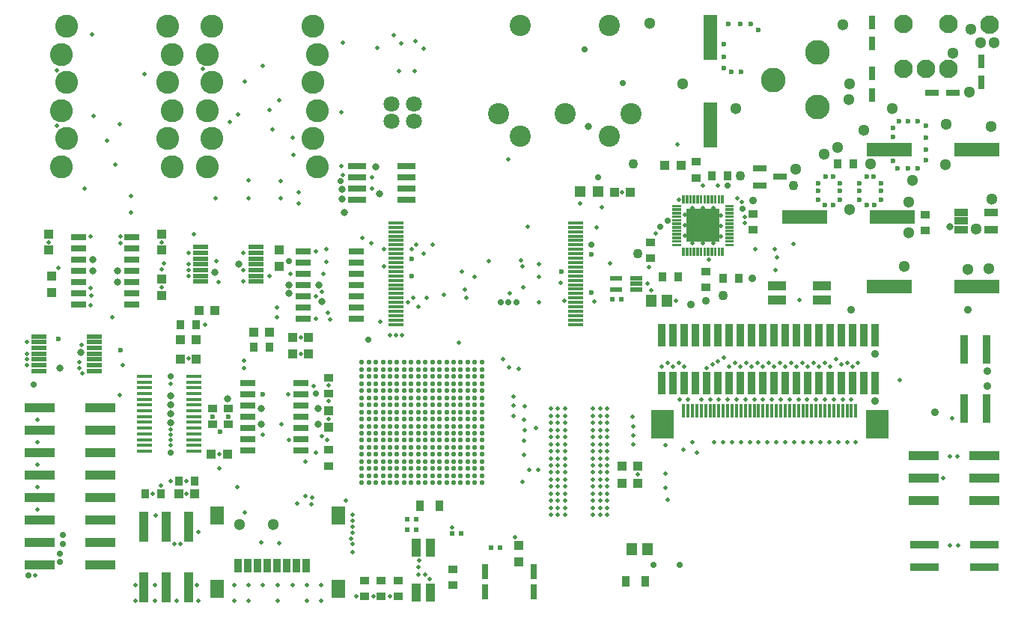
<source format=gts>
G04 Layer_Color=8388736*
%FSLAX44Y44*%
%MOMM*%
G71*
G01*
G75*
%ADD71C,0.6000*%
%ADD72C,0.5000*%
%ADD75C,0.8000*%
%ADD87C,0.7000*%
%ADD113R,0.8000X1.7000*%
%ADD116R,1.1000X1.1000*%
%ADD117R,1.1000X2.1000*%
%ADD118R,1.1000X0.9000*%
%ADD119R,0.9000X1.1000*%
%ADD120R,1.1000X1.1000*%
%ADD121R,2.1000X1.1000*%
%ADD122R,3.3000X0.9000*%
%ADD123R,1.7000X0.4500*%
%ADD124R,0.9000X3.3000*%
%ADD125R,5.1000X1.6000*%
%ADD126R,1.6000X5.1000*%
%ADD127R,2.6000X3.3000*%
%ADD128R,0.4000X1.6000*%
%ADD129R,0.9000X1.6000*%
%ADD130R,1.5500X2.1000*%
%ADD132R,0.9000X2.6000*%
%ADD135R,1.8000X0.4000*%
%ADD137R,0.9500X0.2900*%
%ADD138R,0.2900X0.9500*%
%ADD140R,0.5900X0.4900*%
%ADD141R,1.2446X1.3716*%
%ADD142R,1.3000X1.3000*%
%ADD143R,3.4000X1.0000*%
%ADD144R,1.8000X0.8000*%
%ADD145R,1.0000X3.4000*%
%ADD146R,0.7000X1.6000*%
%ADD147R,1.5400X0.8400*%
%ADD148R,1.6000X0.8000*%
%ADD149R,1.8200X0.5200*%
%ADD150R,2.1000X0.8000*%
%ADD151R,1.6000X0.7000*%
%ADD152R,0.9016X1.3016*%
%ADD153R,1.3400X0.5400*%
%ADD154R,3.8000X3.8000*%
%ADD155C,0.5516*%
%ADD156C,2.1000*%
%ADD157C,2.8000*%
%ADD158C,2.4000*%
%ADD159C,1.8000*%
%ADD160C,0.1000*%
%ADD161C,2.6000*%
%ADD162C,1.3000*%
%ADD163C,0.9000*%
%ADD164C,1.1000*%
G36*
X1075500Y1093500D02*
X1066000D01*
Y1096500D01*
X1075500D01*
Y1093500D01*
D02*
G37*
G36*
X1016000Y1097500D02*
X1006500D01*
Y1100500D01*
X1016000D01*
Y1097500D01*
D02*
G37*
G36*
X1075500D02*
X1066000D01*
Y1100500D01*
X1075500D01*
Y1097500D01*
D02*
G37*
G36*
X1016000Y1089500D02*
X1006500D01*
Y1092500D01*
X1016000D01*
Y1089500D01*
D02*
G37*
G36*
X1075500D02*
X1066000D01*
Y1092500D01*
X1075500D01*
Y1089500D01*
D02*
G37*
G36*
X1016000Y1093500D02*
X1006500D01*
Y1096500D01*
X1016000D01*
Y1093500D01*
D02*
G37*
G36*
Y1105500D02*
X1006500D01*
Y1108500D01*
X1016000D01*
Y1105500D01*
D02*
G37*
G36*
Y1109500D02*
X1006500D01*
Y1112500D01*
X1016000D01*
Y1109500D01*
D02*
G37*
G36*
X1075500D02*
X1066000D01*
Y1112500D01*
X1075500D01*
Y1109500D01*
D02*
G37*
G36*
X1016000Y1101500D02*
X1006500D01*
Y1104500D01*
X1016000D01*
Y1101500D01*
D02*
G37*
G36*
X1075500D02*
X1066000D01*
Y1104500D01*
X1075500D01*
Y1101500D01*
D02*
G37*
G36*
Y1105500D02*
X1066000D01*
Y1108500D01*
X1075500D01*
Y1105500D01*
D02*
G37*
G36*
X1032500Y1078500D02*
X1029500D01*
Y1088000D01*
X1032500D01*
Y1078500D01*
D02*
G37*
G36*
X1036500D02*
X1033500D01*
Y1088000D01*
X1036500D01*
Y1078500D01*
D02*
G37*
G36*
X1040500D02*
X1037500D01*
Y1088000D01*
X1040500D01*
Y1078500D01*
D02*
G37*
G36*
X1020500D02*
X1017500D01*
Y1088000D01*
X1020500D01*
Y1078500D01*
D02*
G37*
G36*
X1024500D02*
X1021500D01*
Y1088000D01*
X1024500D01*
Y1078500D01*
D02*
G37*
G36*
X1028500D02*
X1025500D01*
Y1088000D01*
X1028500D01*
Y1078500D01*
D02*
G37*
G36*
X1056500D02*
X1053500D01*
Y1088000D01*
X1056500D01*
Y1078500D01*
D02*
G37*
G36*
X1060500D02*
X1057500D01*
Y1088000D01*
X1060500D01*
Y1078500D01*
D02*
G37*
G36*
X1064500D02*
X1061500D01*
Y1088000D01*
X1064500D01*
Y1078500D01*
D02*
G37*
G36*
X1044500D02*
X1041500D01*
Y1088000D01*
X1044500D01*
Y1078500D01*
D02*
G37*
G36*
X1048500D02*
X1045500D01*
Y1088000D01*
X1048500D01*
Y1078500D01*
D02*
G37*
G36*
X1052500D02*
X1049500D01*
Y1088000D01*
X1052500D01*
Y1078500D01*
D02*
G37*
G36*
X1032500Y1138000D02*
X1029500D01*
Y1147500D01*
X1032500D01*
Y1138000D01*
D02*
G37*
G36*
X1036500D02*
X1033500D01*
Y1147500D01*
X1036500D01*
Y1138000D01*
D02*
G37*
G36*
X1040500D02*
X1037500D01*
Y1147500D01*
X1040500D01*
Y1138000D01*
D02*
G37*
G36*
X1020500D02*
X1017500D01*
Y1147500D01*
X1020500D01*
Y1138000D01*
D02*
G37*
G36*
X1024500D02*
X1021500D01*
Y1147500D01*
X1024500D01*
Y1138000D01*
D02*
G37*
G36*
X1028500D02*
X1025500D01*
Y1147500D01*
X1028500D01*
Y1138000D01*
D02*
G37*
G36*
X1056500D02*
X1053500D01*
Y1147500D01*
X1056500D01*
Y1138000D01*
D02*
G37*
G36*
X1060500D02*
X1057500D01*
Y1147500D01*
X1060500D01*
Y1138000D01*
D02*
G37*
G36*
X1064500D02*
X1061500D01*
Y1147500D01*
X1064500D01*
Y1138000D01*
D02*
G37*
G36*
X1044500D02*
X1041500D01*
Y1147500D01*
X1044500D01*
Y1138000D01*
D02*
G37*
G36*
X1048500D02*
X1045500D01*
Y1147500D01*
X1048500D01*
Y1138000D01*
D02*
G37*
G36*
X1052500D02*
X1049500D01*
Y1147500D01*
X1052500D01*
Y1138000D01*
D02*
G37*
G36*
X1075500Y1117500D02*
X1066000D01*
Y1120500D01*
X1075500D01*
Y1117500D01*
D02*
G37*
G36*
X1016000Y1121500D02*
X1006500D01*
Y1124500D01*
X1016000D01*
Y1121500D01*
D02*
G37*
G36*
X1075500D02*
X1066000D01*
Y1124500D01*
X1075500D01*
Y1121500D01*
D02*
G37*
G36*
X1016000Y1113500D02*
X1006500D01*
Y1116500D01*
X1016000D01*
Y1113500D01*
D02*
G37*
G36*
X1075500D02*
X1066000D01*
Y1116500D01*
X1075500D01*
Y1113500D01*
D02*
G37*
G36*
X1016000Y1117500D02*
X1006500D01*
Y1120500D01*
X1016000D01*
Y1117500D01*
D02*
G37*
G36*
X1075500Y1129500D02*
X1066000D01*
Y1132500D01*
X1075500D01*
Y1129500D01*
D02*
G37*
G36*
X1016000Y1133500D02*
X1006500D01*
Y1136500D01*
X1016000D01*
Y1133500D01*
D02*
G37*
G36*
X1075500D02*
X1066000D01*
Y1136500D01*
X1075500D01*
Y1133500D01*
D02*
G37*
G36*
X1016000Y1125500D02*
X1006500D01*
Y1128500D01*
X1016000D01*
Y1125500D01*
D02*
G37*
G36*
X1075500D02*
X1066000D01*
Y1128500D01*
X1075500D01*
Y1125500D01*
D02*
G37*
G36*
X1016000Y1129500D02*
X1006500D01*
Y1132500D01*
X1016000D01*
Y1129500D01*
D02*
G37*
D71*
X881250Y1061000D02*
D03*
X312000Y985000D02*
D03*
X915000Y1037000D02*
D03*
X712000Y1075000D02*
D03*
Y1056000D02*
D03*
X495000Y880000D02*
D03*
X543000Y922400D02*
D03*
X382000Y972000D02*
D03*
X504000Y897000D02*
D03*
X486000D02*
D03*
X1171250Y1142000D02*
D03*
Y1152000D02*
D03*
Y1161000D02*
D03*
X1179750Y1168500D02*
D03*
X1188000D02*
D03*
X1195750Y1161000D02*
D03*
Y1152000D02*
D03*
X1188000Y1136000D02*
D03*
X1179000D02*
D03*
X1104000Y1334000D02*
D03*
X1095000Y1341000D02*
D03*
X1083000D02*
D03*
X1070000D02*
D03*
X1065000Y1291000D02*
D03*
Y1304000D02*
D03*
Y1318000D02*
D03*
X1073000Y1287000D02*
D03*
X1084000D02*
D03*
X1284000Y1178000D02*
D03*
X1261000D02*
D03*
X1273000D02*
D03*
X1263000Y1231000D02*
D03*
X1273000D02*
D03*
X1284000D02*
D03*
X1293000Y1226000D02*
D03*
Y1187000D02*
D03*
Y1199000D02*
D03*
Y1212000D02*
D03*
X1256000Y1213000D02*
D03*
Y1186000D02*
D03*
Y1223000D02*
D03*
X915000Y1080000D02*
D03*
X1195750Y1142000D02*
D03*
X1218250D02*
D03*
X1235000Y1136000D02*
D03*
X1226000D02*
D03*
X1218250Y1152000D02*
D03*
Y1161000D02*
D03*
X1226000Y1168500D02*
D03*
X1234250D02*
D03*
X1242750Y1161000D02*
D03*
Y1152000D02*
D03*
Y1142000D02*
D03*
D72*
X916798Y833552D02*
D03*
Y841552D02*
D03*
X884798Y857552D02*
D03*
Y865552D02*
D03*
X868798Y905552D02*
D03*
Y897552D02*
D03*
Y889552D02*
D03*
Y881552D02*
D03*
Y873552D02*
D03*
Y865552D02*
D03*
Y857552D02*
D03*
Y849552D02*
D03*
Y841552D02*
D03*
Y833552D02*
D03*
Y825552D02*
D03*
Y817552D02*
D03*
Y809552D02*
D03*
Y801552D02*
D03*
Y793552D02*
D03*
Y785552D02*
D03*
X876798Y905552D02*
D03*
Y897552D02*
D03*
Y889552D02*
D03*
Y881552D02*
D03*
Y873552D02*
D03*
Y865552D02*
D03*
Y857552D02*
D03*
Y849552D02*
D03*
Y841552D02*
D03*
Y833552D02*
D03*
Y825552D02*
D03*
Y817552D02*
D03*
Y809552D02*
D03*
Y801552D02*
D03*
Y793552D02*
D03*
Y785552D02*
D03*
X884798Y905552D02*
D03*
Y897552D02*
D03*
Y889552D02*
D03*
Y881552D02*
D03*
Y873552D02*
D03*
Y849552D02*
D03*
Y841552D02*
D03*
Y833552D02*
D03*
Y825552D02*
D03*
Y817552D02*
D03*
Y809552D02*
D03*
Y801552D02*
D03*
Y793552D02*
D03*
Y785552D02*
D03*
X916798Y905552D02*
D03*
Y897552D02*
D03*
Y889552D02*
D03*
Y881552D02*
D03*
Y873552D02*
D03*
Y865552D02*
D03*
Y857552D02*
D03*
Y849552D02*
D03*
Y825552D02*
D03*
Y817552D02*
D03*
Y809552D02*
D03*
Y801552D02*
D03*
Y793552D02*
D03*
Y785552D02*
D03*
X924798Y905552D02*
D03*
Y897552D02*
D03*
Y889552D02*
D03*
Y881552D02*
D03*
Y873552D02*
D03*
Y865552D02*
D03*
Y857552D02*
D03*
Y849552D02*
D03*
Y833552D02*
D03*
Y825552D02*
D03*
Y817552D02*
D03*
Y809552D02*
D03*
Y801552D02*
D03*
Y793552D02*
D03*
Y785552D02*
D03*
X932798Y905552D02*
D03*
Y897552D02*
D03*
Y889552D02*
D03*
Y881552D02*
D03*
Y873552D02*
D03*
Y865552D02*
D03*
Y857552D02*
D03*
Y849552D02*
D03*
Y841552D02*
D03*
Y833552D02*
D03*
Y825552D02*
D03*
Y817552D02*
D03*
Y809552D02*
D03*
Y801552D02*
D03*
Y793552D02*
D03*
Y785552D02*
D03*
X924798Y841552D02*
D03*
X842500Y1111750D02*
D03*
X765000Y980500D02*
D03*
X836750Y1066500D02*
D03*
X855750Y1069500D02*
D03*
X835500Y1073250D02*
D03*
X855750Y1054750D02*
D03*
X902250Y1138250D02*
D03*
X822750Y1036000D02*
D03*
X837500Y1043250D02*
D03*
X855750Y1026500D02*
D03*
X880000Y1048000D02*
D03*
X349250Y1033500D02*
D03*
X312000Y1065000D02*
D03*
X757000Y771000D02*
D03*
X832250Y951000D02*
D03*
X822000Y952750D02*
D03*
X935750Y1070250D02*
D03*
X1010250Y1028000D02*
D03*
X982419Y1039919D02*
D03*
X918170Y1026920D02*
D03*
X591000Y846000D02*
D03*
X470000Y766000D02*
D03*
X469000Y706000D02*
D03*
X523000Y788000D02*
D03*
X616000Y870000D02*
D03*
X310000Y1226000D02*
D03*
X348000Y1101000D02*
D03*
X431000Y1070000D02*
D03*
X465000Y1103000D02*
D03*
X338484Y978000D02*
D03*
X348000Y1023000D02*
D03*
X382000Y1093100D02*
D03*
X429000Y1094000D02*
D03*
X523000Y1276000D02*
D03*
X949750Y1150500D02*
D03*
X988000Y1104000D02*
D03*
X1125000Y1077000D02*
D03*
X978000Y1047000D02*
D03*
X999000Y832000D02*
D03*
Y864000D02*
D03*
X1100000Y1086000D02*
D03*
X1024000Y916000D02*
D03*
X1015000Y916000D02*
D03*
X1330000Y751000D02*
D03*
X1320000D02*
D03*
X1313000Y827000D02*
D03*
X1329000Y852000D02*
D03*
X1019000Y859000D02*
D03*
X1029000Y868000D02*
D03*
X1034000Y856000D02*
D03*
X999000Y816000D02*
D03*
X1320000Y852000D02*
D03*
X584000Y1138000D02*
D03*
X768000Y1061000D02*
D03*
X610000Y875000D02*
D03*
X815000Y962000D02*
D03*
X618000Y894000D02*
D03*
X1134000Y868000D02*
D03*
X1124000D02*
D03*
X1119000Y916000D02*
D03*
X1129000Y916000D02*
D03*
X1154000Y868000D02*
D03*
X1149000Y916000D02*
D03*
X1139000Y916000D02*
D03*
X1164000Y868000D02*
D03*
X1174000D02*
D03*
X1184000D02*
D03*
X783000Y1055000D02*
D03*
X772000Y1040920D02*
D03*
X773000Y1031000D02*
D03*
X748000Y1035000D02*
D03*
X799000Y1073000D02*
D03*
X701000Y989000D02*
D03*
X694000D02*
D03*
X884000Y1028000D02*
D03*
X724996Y1081000D02*
D03*
X711998Y1086002D02*
D03*
X707750Y1026000D02*
D03*
X718998Y1020998D02*
D03*
X680000Y1067000D02*
D03*
X1069000Y916000D02*
D03*
X1216350Y957200D02*
D03*
X1147000Y953000D02*
D03*
X1000950Y957200D02*
D03*
X1013650D02*
D03*
X1020000Y953000D02*
D03*
X994600D02*
D03*
X1007300D02*
D03*
X1197800Y956000D02*
D03*
X1210500Y953000D02*
D03*
X1159700D02*
D03*
X1185100D02*
D03*
X1172400D02*
D03*
X1096200D02*
D03*
X1108900D02*
D03*
X1134300D02*
D03*
X1121600D02*
D03*
X1083500D02*
D03*
X1054000Y868000D02*
D03*
X1049000Y916000D02*
D03*
X1209000D02*
D03*
X1189000Y916000D02*
D03*
X1199000Y916000D02*
D03*
X1169000D02*
D03*
X1179000D02*
D03*
X1159000Y916000D02*
D03*
X1089000Y916000D02*
D03*
X1099000D02*
D03*
X1109000D02*
D03*
X1079000D02*
D03*
X1214000Y868000D02*
D03*
X1204000D02*
D03*
X1144000D02*
D03*
X1194000D02*
D03*
X1104000D02*
D03*
X1114000D02*
D03*
X1084000D02*
D03*
X1059000Y916000D02*
D03*
X1204150Y957200D02*
D03*
X1191450Y962200D02*
D03*
X1178750Y957200D02*
D03*
X1166050D02*
D03*
X1153350D02*
D03*
X1140650D02*
D03*
X1127950D02*
D03*
X1115250D02*
D03*
X1102550D02*
D03*
X1089850D02*
D03*
X1077150D02*
D03*
X645000Y753000D02*
D03*
X288000Y842200D02*
D03*
X727000Y718000D02*
D03*
X732000Y713000D02*
D03*
X720000Y734000D02*
D03*
X719000Y718000D02*
D03*
X719000Y726000D02*
D03*
X1094000Y868000D02*
D03*
X1058000Y1158000D02*
D03*
X1143000Y1092000D02*
D03*
X1085000Y1140000D02*
D03*
X1012000Y1205000D02*
D03*
X1150000Y1029000D02*
D03*
X1079750Y1144000D02*
D03*
X1088000Y1123000D02*
D03*
X1088000Y1116000D02*
D03*
X1013500Y1141750D02*
D03*
X1041000Y1158000D02*
D03*
X542874Y876000D02*
D03*
X514000Y817000D02*
D03*
X439000Y824000D02*
D03*
X419000Y809000D02*
D03*
X457000Y824000D02*
D03*
X564000Y888000D02*
D03*
X572100Y922400D02*
D03*
X586000Y968000D02*
D03*
Y986000D02*
D03*
X618000Y914000D02*
D03*
X422000Y785000D02*
D03*
X457000Y809000D02*
D03*
X618000Y932000D02*
D03*
X582000Y798000D02*
D03*
X573000Y870000D02*
D03*
X643000Y759000D02*
D03*
X645000Y765000D02*
D03*
X459000Y963000D02*
D03*
X494000Y854000D02*
D03*
X385000Y955000D02*
D03*
X381000Y921000D02*
D03*
X288000Y893000D02*
D03*
X656000Y1099000D02*
D03*
X666000Y1093000D02*
D03*
X439000Y864000D02*
D03*
Y870000D02*
D03*
Y876000D02*
D03*
Y882000D02*
D03*
X645000Y772000D02*
D03*
Y786000D02*
D03*
Y779000D02*
D03*
X615000Y1072000D02*
D03*
X603000Y1033300D02*
D03*
X617000Y1014000D02*
D03*
X680000Y1086000D02*
D03*
X715000Y1288000D02*
D03*
X697000D02*
D03*
X578000Y1193000D02*
D03*
X725000Y1313000D02*
D03*
X716000Y1322000D02*
D03*
X691000Y1328000D02*
D03*
X700000Y1319000D02*
D03*
X551000Y1244000D02*
D03*
X673000Y1314000D02*
D03*
X551000Y1056000D02*
D03*
X336000Y952000D02*
D03*
X527000Y706000D02*
D03*
X543000D02*
D03*
X577000D02*
D03*
X560000D02*
D03*
X609000D02*
D03*
X593000D02*
D03*
X511000D02*
D03*
X288000Y791400D02*
D03*
Y816800D02*
D03*
Y867600D02*
D03*
X399000Y706000D02*
D03*
X421000D02*
D03*
X394000Y1128000D02*
D03*
X286000Y717000D02*
D03*
X459000Y1062500D02*
D03*
X603000Y1007900D02*
D03*
Y1084100D02*
D03*
X490000Y1144000D02*
D03*
X342000Y1155000D02*
D03*
X563000Y1163000D02*
D03*
X554000Y1222000D02*
D03*
X563000Y1144000D02*
D03*
X527000D02*
D03*
X506000Y1230000D02*
D03*
X577000Y1212000D02*
D03*
X562000Y1255000D02*
D03*
X543000Y1294000D02*
D03*
X515000Y1239000D02*
D03*
X475000Y1290000D02*
D03*
X521484Y1062500D02*
D03*
X459000Y1056000D02*
D03*
Y1082000D02*
D03*
X1064000Y868000D02*
D03*
X1074000D02*
D03*
X1061000Y1124750D02*
D03*
Y1112750D02*
D03*
Y1100750D02*
D03*
X1029000Y1092750D02*
D03*
X1053000D02*
D03*
X1041000D02*
D03*
X820696Y1187500D02*
D03*
X382000Y1101000D02*
D03*
X310000Y1289000D02*
D03*
X352000Y1237000D02*
D03*
X409000Y1284000D02*
D03*
X367000Y1209000D02*
D03*
X350000Y1329000D02*
D03*
X394000Y1146000D02*
D03*
X381000Y1228000D02*
D03*
X429000Y1043000D02*
D03*
X301000Y1094000D02*
D03*
X376000Y1182000D02*
D03*
X429000Y1063000D02*
D03*
X348000Y1042300D02*
D03*
X373000Y1009000D02*
D03*
X276000Y981000D02*
D03*
Y961500D02*
D03*
Y955000D02*
D03*
Y968000D02*
D03*
X667000Y1167700D02*
D03*
Y1155000D02*
D03*
X521484Y1082000D02*
D03*
X612000Y1058700D02*
D03*
X632000Y1180000D02*
D03*
X633434Y1319907D02*
D03*
X632000Y1241500D02*
D03*
X339000Y946000D02*
D03*
X335502Y958502D02*
D03*
X619000Y1006900D02*
D03*
X574548Y1058700D02*
D03*
X610000Y1038000D02*
D03*
X615000Y1086000D02*
D03*
X559000Y1020600D02*
D03*
Y1009000D02*
D03*
X459000Y1069000D02*
D03*
X493000Y1049000D02*
D03*
X491000Y1073000D02*
D03*
X450000Y753000D02*
D03*
X443000D02*
D03*
X1048000Y1074000D02*
D03*
X634000Y1170000D02*
D03*
X1021000Y1125250D02*
D03*
Y1113250D02*
D03*
Y1101250D02*
D03*
X1028750Y1133000D02*
D03*
X1040750D02*
D03*
X1052750D02*
D03*
X439000Y934000D02*
D03*
X494000Y838000D02*
D03*
X428000Y819000D02*
D03*
X645000Y743000D02*
D03*
X649000Y693000D02*
D03*
X668000Y693000D02*
D03*
X687000D02*
D03*
X828620Y760466D02*
D03*
X837299Y822696D02*
D03*
X838290Y853480D02*
D03*
X967700Y831000D02*
D03*
X446000Y688000D02*
D03*
X470000Y688000D02*
D03*
X511000Y688000D02*
D03*
X527000D02*
D03*
X593000D02*
D03*
X609000D02*
D03*
X399000D02*
D03*
X421000D02*
D03*
X560000D02*
D03*
X1064450Y963200D02*
D03*
X1058100Y959000D02*
D03*
X1051750Y956200D02*
D03*
X1045400Y952000D02*
D03*
X1070800Y953000D02*
D03*
X1039000Y916000D02*
D03*
X584000Y1151000D02*
D03*
X601000Y931000D02*
D03*
X522000Y960000D02*
D03*
Y952000D02*
D03*
X478000Y1001000D02*
D03*
X962000Y885500D02*
D03*
X961500Y896750D02*
D03*
X521484Y1049500D02*
D03*
X603000Y856000D02*
D03*
X921000Y1111000D02*
D03*
X687000Y989000D02*
D03*
X676000Y1004000D02*
D03*
X1001000Y803000D02*
D03*
X980000Y1066000D02*
D03*
X527000Y1164000D02*
D03*
X927000Y1134000D02*
D03*
X1123050Y1062800D02*
D03*
X838700Y869600D02*
D03*
X962500Y875250D02*
D03*
X962000Y864900D02*
D03*
X855074Y836666D02*
D03*
X844921D02*
D03*
X852500Y884250D02*
D03*
X591000Y807000D02*
D03*
X598500Y797750D02*
D03*
X637000Y802000D02*
D03*
X598750Y804750D02*
D03*
X562000Y753750D02*
D03*
X541000Y754000D02*
D03*
X839550Y881650D02*
D03*
X1122000Y1086553D02*
D03*
X735250Y1091000D02*
D03*
X716750D02*
D03*
X728250Y1031000D02*
D03*
X713250D02*
D03*
X1323250Y895000D02*
D03*
X1263750Y938250D02*
D03*
X827140Y897617D02*
D03*
X838740Y893630D02*
D03*
X827140Y919190D02*
D03*
X839120Y908140D02*
D03*
X827138Y909554D02*
D03*
D75*
X379000Y1049300D02*
D03*
X351000Y1074700D02*
D03*
X351000Y1062000D02*
D03*
X379000Y1062000D02*
D03*
X633000Y1154000D02*
D03*
X635000Y1128000D02*
D03*
X671000Y1179000D02*
D03*
X675000Y1149000D02*
D03*
X439000Y920000D02*
D03*
Y900000D02*
D03*
Y910000D02*
D03*
X606000Y888000D02*
D03*
Y906000D02*
D03*
X541000Y888000D02*
D03*
Y906000D02*
D03*
X503000Y917000D02*
D03*
X439000Y890000D02*
D03*
X337000Y969000D02*
D03*
X1320000Y1112000D02*
D03*
X607000Y1046000D02*
D03*
X633000Y1143000D02*
D03*
X610000Y1027000D02*
D03*
X516000Y1069000D02*
D03*
X489000Y1060000D02*
D03*
X573000Y1036000D02*
D03*
X573000Y1046000D02*
D03*
X911000Y1225000D02*
D03*
X314000Y951250D02*
D03*
D87*
X812000Y1026000D02*
D03*
X662750Y984000D02*
D03*
X284000Y933000D02*
D03*
X439000Y942250D02*
D03*
X830000Y1026000D02*
D03*
X821000D02*
D03*
X922250Y1167250D02*
D03*
X603000Y923000D02*
D03*
X993000Y1112000D02*
D03*
X1069000Y1158000D02*
D03*
X1086000Y1132000D02*
D03*
X1001000Y1118000D02*
D03*
X439000Y856000D02*
D03*
X317000Y763000D02*
D03*
Y753000D02*
D03*
X314000Y742000D02*
D03*
Y732000D02*
D03*
X278000Y717200D02*
D03*
X631000Y1163000D02*
D03*
X573000Y1073000D02*
D03*
X1015000Y729000D02*
D03*
X985000D02*
D03*
X915000Y1091000D02*
D03*
X950500Y1274500D02*
D03*
X907000Y1312000D02*
D03*
D113*
X794500Y698500D02*
D03*
X849500D02*
D03*
X794500Y721500D02*
D03*
X849500D02*
D03*
D116*
X967100Y821500D02*
D03*
X949100D02*
D03*
X958750Y1150500D02*
D03*
X940750D02*
D03*
X448000Y809000D02*
D03*
X466000D02*
D03*
X577000Y968000D02*
D03*
X595000D02*
D03*
X577000Y986000D02*
D03*
X595000D02*
D03*
X450000Y962000D02*
D03*
X468000D02*
D03*
X485000Y854000D02*
D03*
X503000D02*
D03*
X998000Y1181000D02*
D03*
X1016000D02*
D03*
X471000Y1017000D02*
D03*
X489000D02*
D03*
X533000Y992000D02*
D03*
X551000D02*
D03*
X450000Y984000D02*
D03*
X468000D02*
D03*
X967300Y840500D02*
D03*
X949300D02*
D03*
D117*
X717000Y697600D02*
D03*
X733000D02*
D03*
X717000Y748400D02*
D03*
X733000D02*
D03*
D118*
X758000Y706000D02*
D03*
Y724000D02*
D03*
X1044000Y1043000D02*
D03*
Y1061000D02*
D03*
X1098000Y1126000D02*
D03*
Y1108000D02*
D03*
X618000Y923000D02*
D03*
Y941000D02*
D03*
Y859000D02*
D03*
Y841000D02*
D03*
X504000Y888000D02*
D03*
Y906000D02*
D03*
X486000Y888000D02*
D03*
Y906000D02*
D03*
X1292000Y1107000D02*
D03*
Y1125000D02*
D03*
X1033000Y1167000D02*
D03*
Y1185000D02*
D03*
X982000Y1094000D02*
D03*
Y1076000D02*
D03*
X658000Y693000D02*
D03*
Y711000D02*
D03*
X677000Y693000D02*
D03*
Y711000D02*
D03*
X696000Y693000D02*
D03*
Y711000D02*
D03*
D119*
X1082000Y1053000D02*
D03*
X1064000D02*
D03*
X1051000Y1169000D02*
D03*
X1069000D02*
D03*
X428000Y809000D02*
D03*
X410000D02*
D03*
X466000Y824000D02*
D03*
X448000D02*
D03*
X1193000Y1183000D02*
D03*
X1211000D02*
D03*
X1013000Y1055000D02*
D03*
X995000D02*
D03*
X551000Y975000D02*
D03*
X533000D02*
D03*
X468000Y1001000D02*
D03*
X450000D02*
D03*
D120*
X618000Y885000D02*
D03*
Y903000D02*
D03*
X562000Y1085000D02*
D03*
Y1067000D02*
D03*
X304500Y1055500D02*
D03*
Y1037500D02*
D03*
X429000Y1085000D02*
D03*
Y1103000D02*
D03*
X301000Y1085000D02*
D03*
Y1103000D02*
D03*
X429000Y1052000D02*
D03*
Y1034000D02*
D03*
X832250Y750750D02*
D03*
Y732750D02*
D03*
D121*
X1124600Y1045000D02*
D03*
Y1029000D02*
D03*
X1175400Y1045000D02*
D03*
Y1029000D02*
D03*
D122*
X1291710Y751700D02*
D03*
Y726300D02*
D03*
X1359020D02*
D03*
Y751700D02*
D03*
D123*
X465000Y922750D02*
D03*
Y935750D02*
D03*
Y942250D02*
D03*
Y929250D02*
D03*
Y870750D02*
D03*
Y883750D02*
D03*
Y890250D02*
D03*
Y877250D02*
D03*
Y903250D02*
D03*
Y916250D02*
D03*
Y909750D02*
D03*
Y896750D02*
D03*
Y864250D02*
D03*
Y857750D02*
D03*
X409000Y935750D02*
D03*
Y922750D02*
D03*
Y909750D02*
D03*
Y896750D02*
D03*
Y903250D02*
D03*
Y916250D02*
D03*
Y929250D02*
D03*
Y942250D02*
D03*
Y883750D02*
D03*
Y870750D02*
D03*
Y857750D02*
D03*
Y864250D02*
D03*
Y877250D02*
D03*
Y890250D02*
D03*
D124*
X1336300Y973020D02*
D03*
X1361700D02*
D03*
Y905710D02*
D03*
X1336300D02*
D03*
D125*
X1255530Y1123000D02*
D03*
X1156470D02*
D03*
X1251470Y1044000D02*
D03*
X1350530D02*
D03*
X1251470Y1199000D02*
D03*
X1350530D02*
D03*
D126*
X1049000Y1227000D02*
D03*
Y1326060D02*
D03*
D127*
X1238130Y887760D02*
D03*
X994870D02*
D03*
D128*
X1214000Y903000D02*
D03*
X1209000D02*
D03*
X1204000D02*
D03*
X1199000D02*
D03*
X1194000D02*
D03*
X1189000D02*
D03*
X1184000D02*
D03*
X1179000D02*
D03*
X1174000D02*
D03*
X1169000D02*
D03*
X1164000D02*
D03*
X1159000D02*
D03*
X1154000D02*
D03*
X1149000D02*
D03*
X1144000D02*
D03*
X1139000D02*
D03*
X1134000D02*
D03*
X1129000D02*
D03*
X1124000D02*
D03*
X1119000D02*
D03*
X1114000D02*
D03*
X1109000D02*
D03*
X1104000D02*
D03*
X1099000D02*
D03*
X1094000D02*
D03*
X1089000D02*
D03*
X1084000D02*
D03*
X1079000D02*
D03*
X1074000D02*
D03*
X1069000D02*
D03*
X1064000D02*
D03*
X1059000D02*
D03*
X1054000D02*
D03*
X1049000D02*
D03*
X1044000D02*
D03*
X1039000D02*
D03*
X1034000D02*
D03*
X1029000D02*
D03*
X1024000D02*
D03*
X1019000D02*
D03*
D129*
X570000Y728000D02*
D03*
X526000D02*
D03*
X537000D02*
D03*
X559000D02*
D03*
X548000D02*
D03*
X581000D02*
D03*
X515000D02*
D03*
X592000D02*
D03*
D130*
X628750Y785000D02*
D03*
X491250D02*
D03*
Y702000D02*
D03*
X628750D02*
D03*
D132*
X1235900Y935000D02*
D03*
Y989000D02*
D03*
X1223200D02*
D03*
Y935000D02*
D03*
X1185100Y989000D02*
D03*
X1210500D02*
D03*
X1197800D02*
D03*
X1172400D02*
D03*
X1159700D02*
D03*
X1147000D02*
D03*
X1134300D02*
D03*
X1121600D02*
D03*
X1108900D02*
D03*
X1096200D02*
D03*
X1083500D02*
D03*
X1070800D02*
D03*
X1058100D02*
D03*
X1045400D02*
D03*
X1032700D02*
D03*
X1020000D02*
D03*
X1007300D02*
D03*
X994600D02*
D03*
X1007300Y935000D02*
D03*
X1020000D02*
D03*
X1032700D02*
D03*
X1045400D02*
D03*
X1058100D02*
D03*
X1070800D02*
D03*
X1083500D02*
D03*
X1096200D02*
D03*
X1108900D02*
D03*
X1121600D02*
D03*
X1134300D02*
D03*
X1147000D02*
D03*
X1159700D02*
D03*
X1172400D02*
D03*
X1185100D02*
D03*
X1210500D02*
D03*
X1197800D02*
D03*
X994600D02*
D03*
D135*
X694000Y1116000D02*
D03*
Y1111000D02*
D03*
Y1106000D02*
D03*
Y1101000D02*
D03*
Y1096000D02*
D03*
Y1091000D02*
D03*
Y1086000D02*
D03*
Y1081000D02*
D03*
Y1076000D02*
D03*
Y1071000D02*
D03*
Y1066000D02*
D03*
Y1061000D02*
D03*
Y1056000D02*
D03*
Y1051000D02*
D03*
Y1046000D02*
D03*
Y1041000D02*
D03*
Y1036000D02*
D03*
Y1031000D02*
D03*
Y1026000D02*
D03*
Y1021000D02*
D03*
Y1016000D02*
D03*
Y1011000D02*
D03*
Y1006000D02*
D03*
Y1001000D02*
D03*
X897000Y1116000D02*
D03*
Y1111000D02*
D03*
Y1106000D02*
D03*
Y1101000D02*
D03*
Y1096000D02*
D03*
Y1091000D02*
D03*
Y1086000D02*
D03*
Y1081000D02*
D03*
Y1076000D02*
D03*
Y1071000D02*
D03*
Y1066000D02*
D03*
Y1061000D02*
D03*
Y1056000D02*
D03*
Y1051000D02*
D03*
Y1046000D02*
D03*
Y1041000D02*
D03*
Y1036000D02*
D03*
Y1031000D02*
D03*
Y1026000D02*
D03*
Y1021000D02*
D03*
Y1016000D02*
D03*
Y1011000D02*
D03*
Y1006000D02*
D03*
Y1001000D02*
D03*
D137*
X1011250Y1135000D02*
D03*
Y1131000D02*
D03*
Y1127000D02*
D03*
Y1123000D02*
D03*
Y1119000D02*
D03*
Y1115000D02*
D03*
Y1111000D02*
D03*
Y1107000D02*
D03*
Y1103000D02*
D03*
Y1099000D02*
D03*
Y1095000D02*
D03*
Y1091000D02*
D03*
X1070750D02*
D03*
Y1095000D02*
D03*
Y1099000D02*
D03*
Y1103000D02*
D03*
Y1107000D02*
D03*
Y1111000D02*
D03*
Y1115000D02*
D03*
Y1119000D02*
D03*
Y1123000D02*
D03*
Y1127000D02*
D03*
Y1131000D02*
D03*
Y1135000D02*
D03*
D138*
X1019000Y1083250D02*
D03*
X1023000D02*
D03*
X1027000D02*
D03*
X1031000D02*
D03*
X1035000D02*
D03*
X1039000D02*
D03*
X1043000D02*
D03*
X1047000D02*
D03*
X1051000D02*
D03*
X1055000D02*
D03*
X1059000D02*
D03*
X1063000D02*
D03*
Y1142750D02*
D03*
X1059000D02*
D03*
X1055000D02*
D03*
X1051000D02*
D03*
X1047000D02*
D03*
X1043000D02*
D03*
X1039000D02*
D03*
X1035000D02*
D03*
X1031000D02*
D03*
X1027000D02*
D03*
X1023000D02*
D03*
X1019000D02*
D03*
D140*
X948330Y1029250D02*
D03*
X938170D02*
D03*
X811830Y748250D02*
D03*
X801670D02*
D03*
X756920Y764250D02*
D03*
X767080D02*
D03*
X717000Y769000D02*
D03*
X706840D02*
D03*
X716987Y780435D02*
D03*
X706827D02*
D03*
D141*
X1000449Y1028127D02*
D03*
X982669D02*
D03*
X977949Y747127D02*
D03*
X960169D02*
D03*
D142*
X922250Y1151250D02*
D03*
X902250D02*
D03*
D143*
X1290710Y801600D02*
D03*
Y827000D02*
D03*
Y852400D02*
D03*
X1359290Y801600D02*
D03*
Y827000D02*
D03*
Y852400D02*
D03*
X359290Y906900D02*
D03*
Y881500D02*
D03*
Y856100D02*
D03*
X290710Y906900D02*
D03*
Y881500D02*
D03*
Y856100D02*
D03*
Y779900D02*
D03*
Y805300D02*
D03*
Y830700D02*
D03*
X359290Y779900D02*
D03*
Y805300D02*
D03*
Y830700D02*
D03*
X290710Y729100D02*
D03*
Y754500D02*
D03*
X359290Y729100D02*
D03*
Y754500D02*
D03*
D144*
X586226Y935100D02*
D03*
Y922400D02*
D03*
Y909700D02*
D03*
Y897000D02*
D03*
Y884300D02*
D03*
Y871600D02*
D03*
Y858900D02*
D03*
X525774D02*
D03*
Y871600D02*
D03*
Y884300D02*
D03*
Y897000D02*
D03*
Y909700D02*
D03*
Y922400D02*
D03*
Y935100D02*
D03*
X334774Y1100100D02*
D03*
Y1087400D02*
D03*
Y1074700D02*
D03*
Y1062000D02*
D03*
Y1049300D02*
D03*
Y1036600D02*
D03*
Y1023900D02*
D03*
X395226D02*
D03*
Y1036600D02*
D03*
Y1049300D02*
D03*
Y1062000D02*
D03*
Y1074700D02*
D03*
Y1087400D02*
D03*
Y1100100D02*
D03*
X588774Y1084100D02*
D03*
Y1071400D02*
D03*
Y1058700D02*
D03*
Y1046000D02*
D03*
Y1033300D02*
D03*
Y1020600D02*
D03*
Y1007900D02*
D03*
X649226D02*
D03*
Y1020600D02*
D03*
Y1033300D02*
D03*
Y1046000D02*
D03*
Y1058700D02*
D03*
Y1071400D02*
D03*
Y1084100D02*
D03*
D145*
X408600Y772290D02*
D03*
X434000D02*
D03*
X459400D02*
D03*
X408600Y703710D02*
D03*
X434000D02*
D03*
X459400D02*
D03*
D146*
X1232000Y1260992D02*
D03*
Y1285008D02*
D03*
Y1318992D02*
D03*
Y1343008D02*
D03*
X1356000Y1274992D02*
D03*
Y1299008D02*
D03*
D147*
X1366770Y1127500D02*
D03*
Y1108500D02*
D03*
X1333230D02*
D03*
Y1118000D02*
D03*
Y1127500D02*
D03*
D148*
X1105443Y1177525D02*
D03*
Y1158475D02*
D03*
X1128557Y1168000D02*
D03*
D149*
X289758Y948500D02*
D03*
Y955000D02*
D03*
Y961500D02*
D03*
Y968000D02*
D03*
Y974500D02*
D03*
Y981000D02*
D03*
Y987500D02*
D03*
X352242Y987500D02*
D03*
Y981000D02*
D03*
Y974500D02*
D03*
Y968000D02*
D03*
Y961500D02*
D03*
Y955000D02*
D03*
Y948500D02*
D03*
X472758Y1049500D02*
D03*
Y1056000D02*
D03*
Y1062500D02*
D03*
Y1069000D02*
D03*
Y1075500D02*
D03*
Y1082000D02*
D03*
Y1088500D02*
D03*
X535242Y1088500D02*
D03*
Y1082000D02*
D03*
Y1075500D02*
D03*
Y1069000D02*
D03*
Y1062500D02*
D03*
Y1056000D02*
D03*
Y1049500D02*
D03*
D150*
X705940Y1142300D02*
D03*
Y1155000D02*
D03*
Y1167700D02*
D03*
Y1180400D02*
D03*
X650060D02*
D03*
Y1167700D02*
D03*
Y1155000D02*
D03*
Y1142300D02*
D03*
D151*
X1324008Y1263000D02*
D03*
X1299992D02*
D03*
D152*
X743000Y796000D02*
D03*
X721000D02*
D03*
X976000Y710127D02*
D03*
X954000D02*
D03*
D153*
X942348Y1040500D02*
D03*
Y1053500D02*
D03*
X965652D02*
D03*
Y1047000D02*
D03*
Y1040500D02*
D03*
D154*
X1041000Y1113000D02*
D03*
D155*
X655000Y958000D02*
D03*
X663000D02*
D03*
X671000D02*
D03*
X679000D02*
D03*
X687000D02*
D03*
X695000D02*
D03*
X703000D02*
D03*
X711000D02*
D03*
X719000D02*
D03*
X727000D02*
D03*
X735000D02*
D03*
X743000D02*
D03*
X751000D02*
D03*
X759000D02*
D03*
X767000D02*
D03*
X775000D02*
D03*
X783000D02*
D03*
X791000D02*
D03*
X655000Y950000D02*
D03*
X663000D02*
D03*
X671000D02*
D03*
X679000D02*
D03*
X687000D02*
D03*
X695000D02*
D03*
X703000D02*
D03*
X711000D02*
D03*
X719000D02*
D03*
X727000D02*
D03*
X735000D02*
D03*
X743000D02*
D03*
X751000D02*
D03*
X759000D02*
D03*
X767000D02*
D03*
X775000D02*
D03*
X783000D02*
D03*
X791000D02*
D03*
X655000Y942000D02*
D03*
X663000D02*
D03*
X671000D02*
D03*
X679000D02*
D03*
X687000D02*
D03*
X695000D02*
D03*
X703000D02*
D03*
X711000D02*
D03*
X719000D02*
D03*
X727000D02*
D03*
X735000D02*
D03*
X743000D02*
D03*
X751000D02*
D03*
X759000D02*
D03*
X767000D02*
D03*
X775000D02*
D03*
X783000D02*
D03*
X791000D02*
D03*
X655000Y934000D02*
D03*
X663000D02*
D03*
X671000D02*
D03*
X679000D02*
D03*
X687000D02*
D03*
X695000D02*
D03*
X703000D02*
D03*
X711000D02*
D03*
X719000D02*
D03*
X727000D02*
D03*
X735000D02*
D03*
X743000D02*
D03*
X751000D02*
D03*
X759000D02*
D03*
X767000D02*
D03*
X775000D02*
D03*
X783000D02*
D03*
X791000D02*
D03*
X655000Y926000D02*
D03*
X663000D02*
D03*
X671000D02*
D03*
X679000D02*
D03*
X687000D02*
D03*
X695000D02*
D03*
X703000D02*
D03*
X711000D02*
D03*
X719000D02*
D03*
X727000D02*
D03*
X735000D02*
D03*
X743000D02*
D03*
X751000D02*
D03*
X759000D02*
D03*
X767000D02*
D03*
X775000D02*
D03*
X783000D02*
D03*
X791000D02*
D03*
X655000Y918000D02*
D03*
X663000D02*
D03*
X671000D02*
D03*
X679000D02*
D03*
X687000D02*
D03*
X695000D02*
D03*
X703000D02*
D03*
X711000D02*
D03*
X719000D02*
D03*
X727000D02*
D03*
X735000D02*
D03*
X743000D02*
D03*
X751000D02*
D03*
X759000D02*
D03*
X767000D02*
D03*
X775000D02*
D03*
X783000D02*
D03*
X791000D02*
D03*
X655000Y910000D02*
D03*
X663000D02*
D03*
X671000D02*
D03*
X679000D02*
D03*
X687000D02*
D03*
X695000D02*
D03*
X703000D02*
D03*
X711000D02*
D03*
X719000D02*
D03*
X727000D02*
D03*
X735000D02*
D03*
X743000D02*
D03*
X751000D02*
D03*
X759000D02*
D03*
X767000D02*
D03*
X775000D02*
D03*
X783000D02*
D03*
X791000D02*
D03*
X655000Y902000D02*
D03*
X663000D02*
D03*
X671000D02*
D03*
X679000D02*
D03*
X687000D02*
D03*
X695000D02*
D03*
X703000D02*
D03*
X711000D02*
D03*
X719000D02*
D03*
X727000D02*
D03*
X735000D02*
D03*
X743000D02*
D03*
X751000D02*
D03*
X759000D02*
D03*
X767000D02*
D03*
X775000D02*
D03*
X783000D02*
D03*
X791000D02*
D03*
X655000Y894000D02*
D03*
X663000D02*
D03*
X671000D02*
D03*
X679000D02*
D03*
X687000D02*
D03*
X695000D02*
D03*
X703000D02*
D03*
X711000D02*
D03*
X719000D02*
D03*
X727000D02*
D03*
X735000D02*
D03*
X743000D02*
D03*
X751000D02*
D03*
X759000D02*
D03*
X767000D02*
D03*
X775000D02*
D03*
X783000D02*
D03*
X791000D02*
D03*
X655000Y886000D02*
D03*
X663000D02*
D03*
X671000D02*
D03*
X679000D02*
D03*
X687000D02*
D03*
X695000D02*
D03*
X703000D02*
D03*
X711000D02*
D03*
X719000D02*
D03*
X727000D02*
D03*
X735000D02*
D03*
X743000D02*
D03*
X751000D02*
D03*
X759000D02*
D03*
X767000D02*
D03*
X775000D02*
D03*
X783000D02*
D03*
X791000D02*
D03*
X655000Y878000D02*
D03*
X663000D02*
D03*
X671000D02*
D03*
X679000D02*
D03*
X687000D02*
D03*
X695000D02*
D03*
X703000D02*
D03*
X711000D02*
D03*
X719000D02*
D03*
X727000D02*
D03*
X735000D02*
D03*
X743000D02*
D03*
X751000D02*
D03*
X759000D02*
D03*
X767000D02*
D03*
X775000D02*
D03*
X783000D02*
D03*
X791000D02*
D03*
X655000Y870000D02*
D03*
X663000D02*
D03*
X671000D02*
D03*
X679000D02*
D03*
X687000D02*
D03*
X695000D02*
D03*
X703000D02*
D03*
X711000D02*
D03*
X719000D02*
D03*
X727000D02*
D03*
X735000D02*
D03*
X743000D02*
D03*
X751000D02*
D03*
X759000D02*
D03*
X767000D02*
D03*
X775000D02*
D03*
X783000D02*
D03*
X791000D02*
D03*
X655000Y862000D02*
D03*
X663000D02*
D03*
X671000D02*
D03*
X679000D02*
D03*
X687000D02*
D03*
X695000D02*
D03*
X703000D02*
D03*
X711000D02*
D03*
X719000D02*
D03*
X727000D02*
D03*
X735000D02*
D03*
X743000D02*
D03*
X751000D02*
D03*
X759000D02*
D03*
X767000D02*
D03*
X775000D02*
D03*
X783000D02*
D03*
X791000D02*
D03*
X655000Y854000D02*
D03*
X663000D02*
D03*
X671000D02*
D03*
X679000D02*
D03*
X687000D02*
D03*
X695000D02*
D03*
X703000D02*
D03*
X711000D02*
D03*
X719000D02*
D03*
X727000D02*
D03*
X735000D02*
D03*
X743000D02*
D03*
X751000D02*
D03*
X759000D02*
D03*
X767000D02*
D03*
X775000D02*
D03*
X783000D02*
D03*
X791000D02*
D03*
X655000Y846000D02*
D03*
X663000D02*
D03*
X671000D02*
D03*
X679000D02*
D03*
X687000D02*
D03*
X695000D02*
D03*
X703000D02*
D03*
X711000D02*
D03*
X719000D02*
D03*
X727000D02*
D03*
X735000D02*
D03*
X743000D02*
D03*
X751000D02*
D03*
X759000D02*
D03*
X767000D02*
D03*
X775000D02*
D03*
X783000D02*
D03*
X791000D02*
D03*
X655000Y838000D02*
D03*
X663000D02*
D03*
X671000D02*
D03*
X679000D02*
D03*
X687000D02*
D03*
X695000D02*
D03*
X703000D02*
D03*
X711000D02*
D03*
X719000D02*
D03*
X727000D02*
D03*
X735000D02*
D03*
X743000D02*
D03*
X751000D02*
D03*
X759000D02*
D03*
X767000D02*
D03*
X775000D02*
D03*
X783000D02*
D03*
X791000D02*
D03*
X655000Y830000D02*
D03*
X663000D02*
D03*
X671000D02*
D03*
X679000D02*
D03*
X687000D02*
D03*
X695000D02*
D03*
X703000D02*
D03*
X711000D02*
D03*
X719000D02*
D03*
X727000D02*
D03*
X735000D02*
D03*
X743000D02*
D03*
X751000D02*
D03*
X759000D02*
D03*
X767000D02*
D03*
X775000D02*
D03*
X783000D02*
D03*
X791000D02*
D03*
X655000Y822000D02*
D03*
X663000D02*
D03*
X671000D02*
D03*
X679000D02*
D03*
X687000D02*
D03*
X695000D02*
D03*
X703000D02*
D03*
X711000D02*
D03*
X719000D02*
D03*
X727000D02*
D03*
X735000D02*
D03*
X743000D02*
D03*
X751000D02*
D03*
X759000D02*
D03*
X767000D02*
D03*
X775000D02*
D03*
X783000D02*
D03*
X791000D02*
D03*
D156*
X1318430Y1290110D02*
D03*
X1267630Y1340910D02*
D03*
Y1290110D02*
D03*
X1293030D02*
D03*
X1318430Y1340910D02*
D03*
X1365000Y1340000D02*
D03*
D157*
X1170430Y1308910D02*
D03*
Y1246910D02*
D03*
X1120430Y1277910D02*
D03*
D158*
X884750Y1239500D02*
D03*
X959750D02*
D03*
X809750D02*
D03*
X834750Y1214500D02*
D03*
X934750D02*
D03*
Y1339500D02*
D03*
X834750D02*
D03*
D159*
X714050Y1230900D02*
D03*
X689050D02*
D03*
X714050Y1250900D02*
D03*
X689050D02*
D03*
D160*
X641350Y1278000D02*
D03*
X761750D02*
D03*
X285000Y697000D02*
D03*
X1365000D02*
D03*
X285000Y1340000D02*
D03*
D161*
X605250Y1306000D02*
D03*
Y1242500D02*
D03*
Y1179000D02*
D03*
X599750Y1338500D02*
D03*
X485750Y1211500D02*
D03*
X599750Y1275000D02*
D03*
Y1211500D02*
D03*
X485750Y1275000D02*
D03*
Y1338500D02*
D03*
X480250Y1242500D02*
D03*
Y1306000D02*
D03*
Y1179000D02*
D03*
X440750Y1306000D02*
D03*
Y1242500D02*
D03*
Y1179000D02*
D03*
X435250Y1338500D02*
D03*
X321250Y1211500D02*
D03*
X435250Y1275000D02*
D03*
Y1211500D02*
D03*
X321250Y1275000D02*
D03*
Y1338500D02*
D03*
X315750Y1242500D02*
D03*
Y1306000D02*
D03*
Y1179000D02*
D03*
D162*
X517000Y775000D02*
D03*
X555000D02*
D03*
X981000Y1342000D02*
D03*
X1193000Y1200992D02*
D03*
X1207000Y1131000D02*
D03*
X1018000Y1273000D02*
D03*
X1178000Y1194000D02*
D03*
X1207000Y1273000D02*
D03*
X1206000Y1256000D02*
D03*
X1078000Y1245000D02*
D03*
X1344000Y1335000D02*
D03*
X1355000Y1320000D02*
D03*
X1364000Y1064000D02*
D03*
X1367000Y1225000D02*
D03*
X1255000Y1245000D02*
D03*
X1274000Y1140000D02*
D03*
X1269000Y1067000D02*
D03*
X1146000Y1177000D02*
D03*
X1316000Y1228000D02*
D03*
X1324000Y1308000D02*
D03*
X1315000Y1182000D02*
D03*
X1199000Y1340000D02*
D03*
X1350000Y1109500D02*
D03*
X1368000Y1143000D02*
D03*
X1274000Y1105000D02*
D03*
X1341000Y1063000D02*
D03*
X1370000Y1320000D02*
D03*
X1278000Y1164000D02*
D03*
X1223000Y1221000D02*
D03*
X1342000Y1264000D02*
D03*
X1231000Y1183000D02*
D03*
D163*
X1235900Y968000D02*
D03*
X1209000Y1018000D02*
D03*
X1235900Y914000D02*
D03*
X1027000Y1024000D02*
D03*
X1044000Y1028000D02*
D03*
X1098000Y1141000D02*
D03*
X1097000Y1053000D02*
D03*
X1341000Y1018000D02*
D03*
X1362300Y931000D02*
D03*
Y948000D02*
D03*
X1303500Y901500D02*
D03*
D164*
X962000Y1183000D02*
D03*
X967000Y1081000D02*
D03*
X1143000Y1158000D02*
D03*
X1064000Y1034000D02*
D03*
X1083000Y1169000D02*
D03*
M02*

</source>
